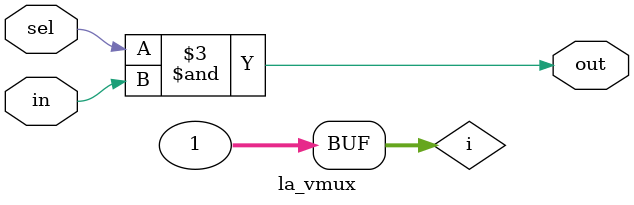
<source format=v>

module la_vmux #(parameter N = 1,           // number of ports
                 parameter W = 1,           // data width
                 parameter PROP = "DEFAULT" // cell property
                 )
   (
    input [N-1:0]      sel, // select vector
    input [W*N-1:0]    in,  // flattened input {.., in1[W-1:0],in0[W-1:0]}
    output reg [W-1:0] out  // output
    );

   integer i;
   always @* begin
      out[W-1:0] = 'b0;
      for (i = 0; i < N; i = i + 1)
        out[W-1:0] = out[W-1:0] | {(W) {sel[i]}} & in[i*W+:W];
   end

   // TODO: Add One hot warning
   // Add generate code to map to actual la_mux sizes..

endmodule

</source>
